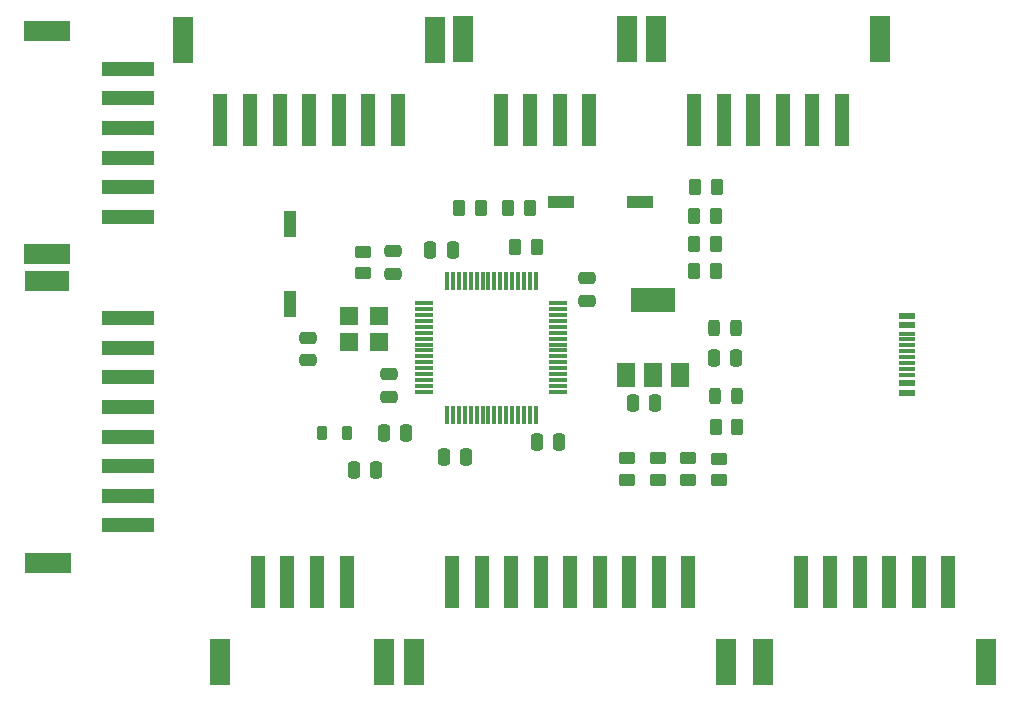
<source format=gbr>
%TF.GenerationSoftware,KiCad,Pcbnew,(6.0.11)*%
%TF.CreationDate,2023-02-10T10:35:54-08:00*%
%TF.ProjectId,EV1,4556312e-6b69-4636-9164-5f7063625858,rev?*%
%TF.SameCoordinates,Original*%
%TF.FileFunction,Paste,Top*%
%TF.FilePolarity,Positive*%
%FSLAX46Y46*%
G04 Gerber Fmt 4.6, Leading zero omitted, Abs format (unit mm)*
G04 Created by KiCad (PCBNEW (6.0.11)) date 2023-02-10 10:35:54*
%MOMM*%
%LPD*%
G01*
G04 APERTURE LIST*
G04 Aperture macros list*
%AMRoundRect*
0 Rectangle with rounded corners*
0 $1 Rounding radius*
0 $2 $3 $4 $5 $6 $7 $8 $9 X,Y pos of 4 corners*
0 Add a 4 corners polygon primitive as box body*
4,1,4,$2,$3,$4,$5,$6,$7,$8,$9,$2,$3,0*
0 Add four circle primitives for the rounded corners*
1,1,$1+$1,$2,$3*
1,1,$1+$1,$4,$5*
1,1,$1+$1,$6,$7*
1,1,$1+$1,$8,$9*
0 Add four rect primitives between the rounded corners*
20,1,$1+$1,$2,$3,$4,$5,0*
20,1,$1+$1,$4,$5,$6,$7,0*
20,1,$1+$1,$6,$7,$8,$9,0*
20,1,$1+$1,$8,$9,$2,$3,0*%
G04 Aperture macros list end*
%ADD10R,4.500000X1.300000*%
%ADD11R,3.900000X1.800000*%
%ADD12R,1.300000X4.500000*%
%ADD13R,1.800000X3.900000*%
%ADD14RoundRect,0.250000X0.250000X0.475000X-0.250000X0.475000X-0.250000X-0.475000X0.250000X-0.475000X0*%
%ADD15RoundRect,0.250000X-0.262500X-0.450000X0.262500X-0.450000X0.262500X0.450000X-0.262500X0.450000X0*%
%ADD16RoundRect,0.250000X0.475000X-0.250000X0.475000X0.250000X-0.475000X0.250000X-0.475000X-0.250000X0*%
%ADD17R,1.500000X2.000000*%
%ADD18R,3.800000X2.000000*%
%ADD19RoundRect,0.243750X0.243750X0.456250X-0.243750X0.456250X-0.243750X-0.456250X0.243750X-0.456250X0*%
%ADD20RoundRect,0.250000X-0.250000X-0.475000X0.250000X-0.475000X0.250000X0.475000X-0.250000X0.475000X0*%
%ADD21R,1.120000X2.160000*%
%ADD22RoundRect,0.250000X0.450000X-0.262500X0.450000X0.262500X-0.450000X0.262500X-0.450000X-0.262500X0*%
%ADD23RoundRect,0.250000X0.262500X0.450000X-0.262500X0.450000X-0.262500X-0.450000X0.262500X-0.450000X0*%
%ADD24R,1.450000X0.600000*%
%ADD25R,1.450000X0.300000*%
%ADD26R,2.160000X1.120000*%
%ADD27RoundRect,0.218750X-0.218750X-0.381250X0.218750X-0.381250X0.218750X0.381250X-0.218750X0.381250X0*%
%ADD28RoundRect,0.075000X-0.700000X-0.075000X0.700000X-0.075000X0.700000X0.075000X-0.700000X0.075000X0*%
%ADD29RoundRect,0.075000X-0.075000X-0.700000X0.075000X-0.700000X0.075000X0.700000X-0.075000X0.700000X0*%
%ADD30RoundRect,0.250000X-0.475000X0.250000X-0.475000X-0.250000X0.475000X-0.250000X0.475000X0.250000X0*%
%ADD31R,4.495400X1.295400*%
%ADD32R,3.800000X1.800000*%
%ADD33R,1.600000X1.500000*%
G04 APERTURE END LIST*
D10*
%TO.C,U10*%
X123430000Y-68210000D03*
X123430000Y-70710000D03*
X123430000Y-73210000D03*
X123430000Y-75710000D03*
X123430000Y-78210000D03*
X123430000Y-80710000D03*
D11*
X116630000Y-65010000D03*
X116630000Y-83910000D03*
%TD*%
D12*
%TO.C,U6*%
X146290000Y-72550000D03*
X143790000Y-72550000D03*
X141290000Y-72550000D03*
X138790000Y-72550000D03*
X136290000Y-72550000D03*
X133790000Y-72550000D03*
X131290000Y-72550000D03*
D13*
X149490000Y-65750000D03*
X128090000Y-65750000D03*
%TD*%
%TO.C,U7*%
X174110000Y-118440000D03*
X147710000Y-118440000D03*
D12*
X170910000Y-111640000D03*
X168410000Y-111640000D03*
X165910000Y-111640000D03*
X163410000Y-111640000D03*
X160910000Y-111640000D03*
X158410000Y-111640000D03*
X155910000Y-111640000D03*
X153410000Y-111640000D03*
X150910000Y-111640000D03*
%TD*%
D14*
%TO.C,C14*%
X152080000Y-101092000D03*
X150180000Y-101092000D03*
%TD*%
D15*
%TO.C,R1*%
X173204500Y-98552000D03*
X175029500Y-98552000D03*
%TD*%
%TO.C,R11*%
X171397500Y-83000000D03*
X173222500Y-83000000D03*
%TD*%
D16*
%TO.C,C12*%
X162306000Y-87818000D03*
X162306000Y-85918000D03*
%TD*%
D17*
%TO.C,U2*%
X165594000Y-94082000D03*
X167894000Y-94082000D03*
D18*
X167894000Y-87782000D03*
D17*
X170194000Y-94082000D03*
%TD*%
D19*
%TO.C,D2*%
X174927500Y-90170000D03*
X173052500Y-90170000D03*
%TD*%
D12*
%TO.C,U4*%
X162500000Y-72500000D03*
X160000000Y-72500000D03*
X157500000Y-72500000D03*
X155000000Y-72500000D03*
D13*
X165700000Y-65700000D03*
X151800000Y-65700000D03*
%TD*%
D20*
%TO.C,C10*%
X142560000Y-102135000D03*
X144460000Y-102135000D03*
%TD*%
D21*
%TO.C,SW2*%
X137190000Y-88095000D03*
X137190000Y-81365000D03*
%TD*%
D15*
%TO.C,R10*%
X171487500Y-78240000D03*
X173312500Y-78240000D03*
%TD*%
D22*
%TO.C,R5*%
X170880000Y-103012500D03*
X170880000Y-101187500D03*
%TD*%
D23*
%TO.C,R8*%
X157452500Y-79960000D03*
X155627500Y-79960000D03*
%TD*%
D22*
%TO.C,R6*%
X173490000Y-103042500D03*
X173490000Y-101217500D03*
%TD*%
D23*
%TO.C,R13*%
X158072500Y-83260000D03*
X156247500Y-83260000D03*
%TD*%
D24*
%TO.C,J9*%
X189445000Y-95610000D03*
X189445000Y-94810000D03*
D25*
X189445000Y-93610000D03*
X189445000Y-92610000D03*
X189445000Y-92110000D03*
X189445000Y-91110000D03*
D24*
X189445000Y-89910000D03*
X189445000Y-89110000D03*
X189445000Y-89110000D03*
X189445000Y-89910000D03*
D25*
X189445000Y-90610000D03*
X189445000Y-91610000D03*
X189445000Y-93110000D03*
X189445000Y-94110000D03*
D24*
X189445000Y-94810000D03*
X189445000Y-95610000D03*
%TD*%
D19*
%TO.C,D1*%
X175054500Y-95885000D03*
X173179500Y-95885000D03*
%TD*%
D26*
%TO.C,SW1*%
X166825000Y-79500000D03*
X160095000Y-79500000D03*
%TD*%
D20*
%TO.C,C11*%
X149037000Y-83566000D03*
X150937000Y-83566000D03*
%TD*%
D27*
%TO.C,120R1*%
X139867500Y-99060000D03*
X141992500Y-99060000D03*
%TD*%
D15*
%TO.C,R7*%
X151487500Y-80010000D03*
X153312500Y-80010000D03*
%TD*%
D20*
%TO.C,C13*%
X158054000Y-99822000D03*
X159954000Y-99822000D03*
%TD*%
D22*
%TO.C,R2*%
X143330000Y-85502500D03*
X143330000Y-83677500D03*
%TD*%
D12*
%TO.C,U9*%
X134460000Y-111640000D03*
X136960000Y-111640000D03*
X139460000Y-111640000D03*
X141960000Y-111640000D03*
D13*
X131260000Y-118440000D03*
X145160000Y-118440000D03*
%TD*%
D28*
%TO.C,U1*%
X148553800Y-88045600D03*
X148553800Y-88545600D03*
X148553800Y-89045600D03*
X148553800Y-89545600D03*
X148553800Y-90045600D03*
X148553800Y-90545600D03*
X148553800Y-91045600D03*
X148553800Y-91545600D03*
X148553800Y-92045600D03*
X148553800Y-92545600D03*
X148553800Y-93045600D03*
X148553800Y-93545600D03*
X148553800Y-94045600D03*
X148553800Y-94545600D03*
X148553800Y-95045600D03*
X148553800Y-95545600D03*
D29*
X150478800Y-97470600D03*
X150978800Y-97470600D03*
X151478800Y-97470600D03*
X151978800Y-97470600D03*
X152478800Y-97470600D03*
X152978800Y-97470600D03*
X153478800Y-97470600D03*
X153978800Y-97470600D03*
X154478800Y-97470600D03*
X154978800Y-97470600D03*
X155478800Y-97470600D03*
X155978800Y-97470600D03*
X156478800Y-97470600D03*
X156978800Y-97470600D03*
X157478800Y-97470600D03*
X157978800Y-97470600D03*
D28*
X159903800Y-95545600D03*
X159903800Y-95045600D03*
X159903800Y-94545600D03*
X159903800Y-94045600D03*
X159903800Y-93545600D03*
X159903800Y-93045600D03*
X159903800Y-92545600D03*
X159903800Y-92045600D03*
X159903800Y-91545600D03*
X159903800Y-91045600D03*
X159903800Y-90545600D03*
X159903800Y-90045600D03*
X159903800Y-89545600D03*
X159903800Y-89045600D03*
X159903800Y-88545600D03*
X159903800Y-88045600D03*
D29*
X157978800Y-86120600D03*
X157478800Y-86120600D03*
X156978800Y-86120600D03*
X156478800Y-86120600D03*
X155978800Y-86120600D03*
X155478800Y-86120600D03*
X154978800Y-86120600D03*
X154478800Y-86120600D03*
X153978800Y-86120600D03*
X153478800Y-86120600D03*
X152978800Y-86120600D03*
X152478800Y-86120600D03*
X151978800Y-86120600D03*
X151478800Y-86120600D03*
X150978800Y-86120600D03*
X150478800Y-86120600D03*
%TD*%
D30*
%TO.C,C4*%
X138660000Y-90990000D03*
X138660000Y-92890000D03*
%TD*%
D15*
%TO.C,R9*%
X171407500Y-80650000D03*
X173232500Y-80650000D03*
%TD*%
D31*
%TO.C,U3*%
X123461150Y-89330000D03*
X123461150Y-91830000D03*
X123461150Y-94330000D03*
X123461150Y-96830000D03*
X123461150Y-99330000D03*
X123461150Y-101830000D03*
X123461150Y-104330000D03*
X123461150Y-106830000D03*
D32*
X116611150Y-86130000D03*
D11*
X116661150Y-110030000D03*
%TD*%
D22*
%TO.C,R4*%
X168330000Y-102972500D03*
X168330000Y-101147500D03*
%TD*%
D20*
%TO.C,C9*%
X145100000Y-99060000D03*
X147000000Y-99060000D03*
%TD*%
D30*
%TO.C,C5*%
X145870000Y-83640000D03*
X145870000Y-85540000D03*
%TD*%
D15*
%TO.C,R12*%
X171377500Y-85344000D03*
X173202500Y-85344000D03*
%TD*%
D14*
%TO.C,C1*%
X174940000Y-92710000D03*
X173040000Y-92710000D03*
%TD*%
D30*
%TO.C,C8*%
X145542000Y-94046000D03*
X145542000Y-95946000D03*
%TD*%
D12*
%TO.C,U5*%
X183900000Y-72510000D03*
X181400000Y-72510000D03*
X178900000Y-72510000D03*
X176400000Y-72510000D03*
X173900000Y-72510000D03*
X171400000Y-72510000D03*
D13*
X187100000Y-65710000D03*
X168200000Y-65710000D03*
%TD*%
D14*
%TO.C,C2*%
X168082000Y-96520000D03*
X166182000Y-96520000D03*
%TD*%
D22*
%TO.C,R3*%
X165680000Y-102972500D03*
X165680000Y-101147500D03*
%TD*%
D12*
%TO.C,U8*%
X180410000Y-111610000D03*
X182910000Y-111610000D03*
X185410000Y-111610000D03*
X187910000Y-111610000D03*
X190410000Y-111610000D03*
X192910000Y-111610000D03*
D13*
X177210000Y-118410000D03*
X196110000Y-118410000D03*
%TD*%
D33*
%TO.C,X1*%
X142160000Y-91300000D03*
X144700000Y-91300000D03*
X144700000Y-89100000D03*
X142160000Y-89100000D03*
%TD*%
M02*

</source>
